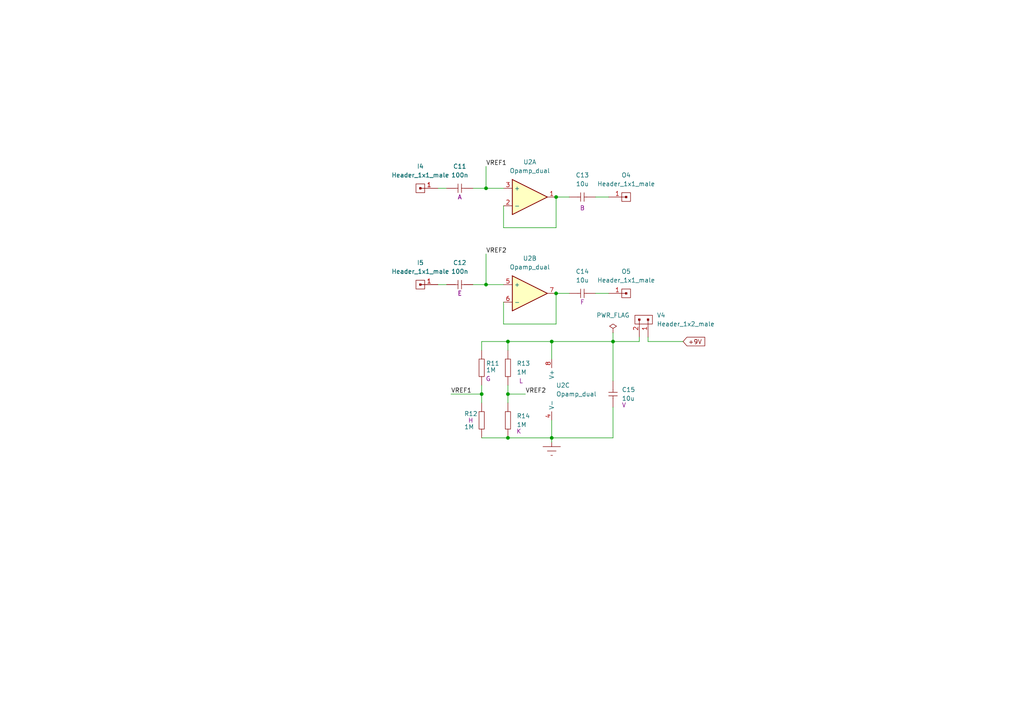
<source format=kicad_sch>
(kicad_sch (version 20211123) (generator eeschema)
  (paper "A4")
  (title_block (title "Dual opamp as 2 independent buffers") (date "2024-04-26") (rev "1") (company "https://github.com/dvhx/ultimate-soldering-exercise"))
  (lib_symbols
    (symbol "dvhx-kicad-library:C" (pin_numbers hide) (pin_names hide)
      (property "Reference" "C" (at 2.286 1.016 0))
      (property "Value" "C" (at 2.286 -1.27 0))
      (symbol "C_0_1"
        (polyline (pts (xy 0 -0.508) (xy 0 -1.27)))
        (polyline (pts (xy 0 1.27) (xy 0 0.508)))
        (polyline (pts (xy 1.27 -0.508) (xy -1.27 -0.508)))
        (polyline (pts (xy 1.27 0.508) (xy -1.27 0.508)))
      )
      (symbol "C_1_1"
        (pin passive line (at 0 3.81 270) (length 2.54) (name "1") (number "1"))
        (pin passive line (at 0 -3.81 90) (length 2.54) (name "2") (number "2"))
      )
    )
    (symbol "dvhx-kicad-library:GND" (power) (pin_numbers hide) (pin_names hide)
      (symbol "GND_0_1"
        (polyline (pts (xy -2.54 -1.27) (xy 2.54 -1.27)))
        (polyline (pts (xy -1.27 -2.54) (xy 1.27 -2.54)))
        (polyline (pts (xy -0.254 -3.81) (xy 0.254 -3.81)))
      )
      (symbol "GND_1_1"
        (pin power_in line (at 0 0 270) (length 1.27) (name "GND") (number "GND"))
      )
    )
    (symbol "dvhx-kicad-library:Header_1x1_male" (pin_names hide)
      (property "Reference" "J" (at -0.254 2.286 0))
      (property "Value" "Header_1x1_male" (at 0 4.191 0))
      (symbol "Header_1x1_male_0_1"
        (rectangle (start -1.27 1.27) (end 1.27 -1.27))
        (rectangle (start -0.254 0.254) (end 0.254 -0.254) (fill (type outline)))
      )
      (symbol "Header_1x1_male_1_1"
        (pin passive line (at -5.08 0 0) (length 5.08) (name "1") (number "1"))
      )
    )
    (symbol "dvhx-kicad-library:Header_1x2_male" (pin_names hide)
      (property "Reference" "J" (at -0.254 2.286 0))
      (property "Value" "Header_1x2_male" (at 0 4.191 0))
      (symbol "Header_1x2_male_0_1"
        (rectangle (start -1.27 1.27) (end 1.27 -3.81))
        (rectangle (start -0.254 -2.286) (end 0.254 -2.794) (fill (type outline)))
        (rectangle (start -0.254 0.254) (end 0.254 -0.254) (fill (type outline)))
      )
      (symbol "Header_1x2_male_1_1"
        (pin passive line (at -5.08 0 0) (length 5.08) (name "1") (number "1"))
        (pin passive line (at -5.08 -2.54 0) (length 5.08) (name "2") (number "2"))
      )
    )
    (symbol "dvhx-kicad-library:Opamp_dual"
      (property "Reference" "U" (at 3.048 8.89 0))
      (property "Value" "Opamp_dual" (at 8.128 10.922 0))
      (symbol "Opamp_dual_1_1"
        (polyline (pts (xy -3.81 5.08) (xy 6.35 0) (xy -3.81 -5.08) (xy -3.81 5.08)) (stroke (width 0.254)) (fill (type background)))
        (pin output line (at 8.89 0 180) (length 2.54) (name "~") (number "1"))
        (pin input line (at -6.35 -2.54 0) (length 2.54) (name "-") (number "2"))
        (pin input line (at -6.35 2.54 0) (length 2.54) (name "+") (number "3"))
      )
      (symbol "Opamp_dual_2_1"
        (polyline (pts (xy -3.81 5.08) (xy 6.35 0) (xy -3.81 -5.08) (xy -3.81 5.08)) (stroke (width 0.254)) (fill (type background)))
        (pin input line (at -6.35 2.54 0) (length 2.54) (name "+") (number "5"))
        (pin input line (at -6.35 -2.54 0) (length 2.54) (name "-") (number "6"))
        (pin output line (at 8.89 0 180) (length 2.54) (name "~") (number "7"))
      )
      (symbol "Opamp_dual_3_1"
        (pin power_in line (at 0 -7.62 90) (length 2.54) (name "V-") (number "4"))
        (pin power_in line (at 0 10.16 270) (length 2.54) (name "V+") (number "8"))
      )
    )
    (symbol "dvhx-kicad-library:R" (pin_numbers hide) (pin_names hide)
      (property "Reference" "R" (at 2.032 1.016 0))
      (property "Value" "R" (at 2.032 -1.016 0))
      (symbol "R_0_1"
        (polyline (pts (xy -0.762 2.54) (xy 0.762 2.54) (xy 0.762 -2.54) (xy -0.762 -2.54) (xy -0.762 2.54)))
      )
      (symbol "R_1_1"
        (pin passive line (at 0 5.08 270) (length 2.54) (name "1") (number "1"))
        (pin passive line (at 0 -5.08 90) (length 2.54) (name "2") (number "2"))
      )
    )
    (symbol "power:PWR_FLAG" (power) (pin_numbers hide) (pin_names (offset 0) hide)
      (property "Value" "PWR_FLAG" (at 0 3.81 0))
      (symbol "PWR_FLAG_0_0"
        (pin power_out line (at 0 0 90) (length 0) (name "pwr") (number "1"))
      )
      (symbol "PWR_FLAG_0_1"
        (polyline (pts (xy 0 0) (xy 0 1.27) (xy -1.016 1.905) (xy 0 2.54) (xy 1.016 1.905) (xy 0 1.27)))
      )
    )
  )
  (junction (at 140.97 82.55))
  (junction (at 139.7 114.3))
  (junction (at 147.32 114.3))
  (junction (at 147.32 99.06))
  (junction (at 161.29 85.09))
  (junction (at 147.32 127))
  (junction (at 161.29 57.15))
  (junction (at 177.8 99.06))
  (junction (at 160.02 99.06))
  (junction (at 140.97 54.61))
  (junction (at 160.02 127))
  (wire (pts (xy 140.97 48.26) (xy 140.97 54.61)))
  (wire (pts (xy 127 54.61) (xy 129.54 54.61)))
  (wire (pts (xy 140.97 73.66) (xy 140.97 82.55)))
  (wire (pts (xy 160.02 127) (xy 177.8 127)))
  (wire (pts (xy 139.7 127) (xy 147.32 127)))
  (wire (pts (xy 160.02 128.27) (xy 160.02 127)))
  (wire (pts (xy 146.05 93.98) (xy 161.29 93.98)))
  (wire (pts (xy 139.7 114.3) (xy 139.7 116.84)))
  (wire (pts (xy 147.32 99.06) (xy 160.02 99.06)))
  (wire (pts (xy 127 82.55) (xy 129.54 82.55)))
  (wire (pts (xy 160.02 99.06) (xy 177.8 99.06)))
  (wire (pts (xy 147.32 101.6) (xy 147.32 99.06)))
  (wire (pts (xy 130.81 114.3) (xy 139.7 114.3)))
  (wire (pts (xy 177.8 99.06) (xy 185.42 99.06)))
  (wire (pts (xy 187.96 97.79) (xy 187.96 99.06)))
  (wire (pts (xy 146.05 66.04) (xy 161.29 66.04)))
  (wire (pts (xy 161.29 85.09) (xy 165.1 85.09)))
  (wire (pts (xy 137.16 82.55) (xy 140.97 82.55)))
  (wire (pts (xy 146.05 87.63) (xy 146.05 93.98)))
  (wire (pts (xy 140.97 54.61) (xy 146.05 54.61)))
  (wire (pts (xy 139.7 101.6) (xy 139.7 99.06)))
  (wire (pts (xy 147.32 127) (xy 160.02 127)))
  (wire (pts (xy 161.29 57.15) (xy 161.29 66.04)))
  (wire (pts (xy 172.72 85.09) (xy 176.53 85.09)))
  (wire (pts (xy 161.29 85.09) (xy 161.29 93.98)))
  (wire (pts (xy 177.8 99.06) (xy 177.8 110.49)))
  (wire (pts (xy 161.29 57.15) (xy 165.1 57.15)))
  (wire (pts (xy 147.32 114.3) (xy 152.4 114.3)))
  (wire (pts (xy 139.7 99.06) (xy 147.32 99.06)))
  (wire (pts (xy 147.32 111.76) (xy 147.32 114.3)))
  (wire (pts (xy 160.02 99.06) (xy 160.02 104.14)))
  (wire (pts (xy 172.72 57.15) (xy 176.53 57.15)))
  (wire (pts (xy 160.02 121.92) (xy 160.02 127)))
  (wire (pts (xy 177.8 118.11) (xy 177.8 127)))
  (wire (pts (xy 140.97 82.55) (xy 146.05 82.55)))
  (wire (pts (xy 185.42 97.79) (xy 185.42 99.06)))
  (wire (pts (xy 177.8 96.52) (xy 177.8 99.06)))
  (wire (pts (xy 139.7 111.76) (xy 139.7 114.3)))
  (wire (pts (xy 146.05 59.69) (xy 146.05 66.04)))
  (wire (pts (xy 137.16 54.61) (xy 140.97 54.61)))
  (wire (pts (xy 187.96 99.06) (xy 198.12 99.06)))
  (wire (pts (xy 147.32 114.3) (xy 147.32 116.84)))
  (label "VREF1" (at 130.81 114.3 0))
  (label "VREF2" (at 152.4 114.3 0))
  (label "VREF1" (at 140.97 48.26 0))
  (label "VREF2" (at 140.97 73.66 0))
  (global_label "+9V" (shape input) (at 198.12 99.06 0) (property "Intersheet References" "${INTERSHEET_REFS}" (effects hide)))
  (symbol (lib_id "dvhx-kicad-library:Header_1x1_male") (at 181.61 85.09 0) (mirror x) (unit 1)
    (property "Reference" "O5" (at 181.61 78.74 0))
    (property "Value" "Header_1x1_male" (at 181.61 81.28 0))
    (property "Footprint" "dvhx-kicad-library:Header_1x1_male_upright" (effects hide))
  )
  (symbol (lib_id "dvhx-kicad-library:Header_1x2_male") (at 187.96 92.71 270) (mirror x) (unit 1)
    (property "Reference" "V4" (at 190.5 91.4399 90) (effects (justify left)))
    (property "Value" "Header_1x2_male" (at 190.5 93.9799 90) (effects (justify left)))
    (property "Footprint" "dvhx-kicad-library:Header_1x2_male_upright" (effects hide))
  )
  (symbol (lib_id "dvhx-kicad-library:Header_1x1_male") (at 121.92 54.61 0) (mirror y) (unit 1)
    (property "Reference" "I4" (at 121.92 48.26 0))
    (property "Value" "Header_1x1_male" (at 121.92 50.8 0))
    (property "Footprint" "dvhx-kicad-library:Header_1x1_male_upright" (effects hide))
  )
  (symbol (lib_id "dvhx-kicad-library:R") (at 139.7 106.68 0) (unit 1)
    (property "Reference" "R11" (at 140.97 105.41 0) (effects (justify left)))
    (property "Value" "1M" (at 140.97 107.315 0) (effects (justify left)))
    (property "Footprint" "dvhx-kicad-library:Resistor_0805" (effects hide))
    (property "G" "G" (at 141.605 109.855 0))
  )
  (symbol (lib_id "dvhx-kicad-library:C") (at 133.35 54.61 90) (unit 1)
    (property "Reference" "C11" (at 133.35 48.26 90))
    (property "Value" "100n" (at 133.35 50.8 90))
    (property "Footprint" "dvhx-kicad-library:Capacitor_0805" (effects hide))
    (property "Field4" "A" (at 133.35 57.15 90))
  )
  (symbol (lib_id "dvhx-kicad-library:R") (at 147.32 106.68 0) (unit 1)
    (property "Reference" "R13" (at 149.86 105.4099 0) (effects (justify left)))
    (property "Value" "1M" (at 149.86 107.9499 0) (effects (justify left)))
    (property "Footprint" "dvhx-kicad-library:Resistor_0805" (effects hide))
    (property "Field4" "L" (at 151.13 110.49 0))
  )
  (symbol (lib_id "power:PWR_FLAG") (at 177.8 96.52 0) (unit 1)
    (property "Reference" "#FLG03" (effects hide))
    (property "Value" "PWR_FLAG" (at 177.8 91.44 0))
  )
  (symbol (lib_id "dvhx-kicad-library:Opamp_dual") (at 152.4 57.15 0) (unit 1)
    (property "Reference" "U2" (at 153.67 46.99 0))
    (property "Value" "Opamp_dual" (at 153.67 49.53 0))
    (property "Footprint" "dvhx-kicad-library:SOIC-8" (effects hide))
  )
  (symbol (lib_id "dvhx-kicad-library:Opamp_dual") (at 152.4 85.09 0) (unit 2)
    (property "Reference" "U2" (at 153.67 74.93 0))
    (property "Value" "Opamp_dual" (at 153.67 77.47 0))
    (property "Footprint" "dvhx-kicad-library:SOIC-8" (effects hide))
  )
  (symbol (lib_id "dvhx-kicad-library:C") (at 168.91 57.15 90) (unit 1)
    (property "Reference" "C13" (at 168.91 50.8 90))
    (property "Value" "10u" (at 168.91 53.34 90))
    (property "Footprint" "dvhx-kicad-library:Capacitor_0805" (effects hide))
    (property "Field4" "B" (at 168.91 60.325 90))
  )
  (symbol (lib_id "dvhx-kicad-library:GND") (at 160.02 128.27 0) (unit 1)
    (property "Reference" "#GND0101" (effects hide))
    (property "Value" "GND" (effects hide))
  )
  (symbol (lib_id "dvhx-kicad-library:Header_1x1_male") (at 181.61 57.15 0) (mirror x) (unit 1)
    (property "Reference" "O4" (at 181.61 50.8 0))
    (property "Value" "Header_1x1_male" (at 181.61 53.34 0))
    (property "Footprint" "dvhx-kicad-library:Header_1x1_male_upright" (effects hide))
  )
  (symbol (lib_id "dvhx-kicad-library:C") (at 168.91 85.09 90) (unit 1)
    (property "Reference" "C14" (at 168.91 78.74 90))
    (property "Value" "10u" (at 168.91 81.28 90))
    (property "Footprint" "dvhx-kicad-library:Capacitor_0805" (effects hide))
    (property "F" "F" (at 168.91 87.63 90))
  )
  (symbol (lib_id "dvhx-kicad-library:Header_1x1_male") (at 121.92 82.55 0) (mirror y) (unit 1)
    (property "Reference" "I5" (at 121.92 76.2 0))
    (property "Value" "Header_1x1_male" (at 121.92 78.74 0))
    (property "Footprint" "dvhx-kicad-library:Header_1x1_male_upright" (effects hide))
  )
  (symbol (lib_id "dvhx-kicad-library:C") (at 133.35 82.55 90) (unit 1)
    (property "Reference" "C12" (at 133.35 76.2 90))
    (property "Value" "100n" (at 133.35 78.74 90))
    (property "Footprint" "dvhx-kicad-library:Capacitor_0805" (effects hide))
    (property "Field4" "E" (at 133.35 85.09 90))
  )
  (symbol (lib_id "dvhx-kicad-library:Opamp_dual") (at 160.02 114.3 0) (unit 3)
    (property "Reference" "U2" (at 161.29 111.7599 0) (effects (justify left)))
    (property "Value" "Opamp_dual" (at 161.29 114.2999 0) (effects (justify left)))
    (property "Footprint" "dvhx-kicad-library:SOIC-8" (effects hide))
  )
  (symbol (lib_id "dvhx-kicad-library:R") (at 147.32 121.92 0) (unit 1)
    (property "Reference" "R14" (at 149.86 120.6499 0) (effects (justify left)))
    (property "Value" "1M" (at 149.86 123.1899 0) (effects (justify left)))
    (property "Footprint" "dvhx-kicad-library:Resistor_0805" (effects hide))
    (property "Field4" "K" (at 150.495 125.095 0))
  )
  (symbol (lib_id "dvhx-kicad-library:C") (at 177.8 114.3 180) (unit 1)
    (property "Reference" "C15" (at 180.34 113.0299 0) (effects (justify right)))
    (property "Value" "10u" (at 180.34 115.5699 0) (effects (justify right)))
    (property "Footprint" "dvhx-kicad-library:Capacitor_0805" (effects hide))
    (property "V" "V" (at 180.975 117.475 0))
  )
  (symbol (lib_id "dvhx-kicad-library:R") (at 139.7 121.92 0) (unit 1)
    (property "Reference" "R12" (at 134.62 120.015 0) (effects (justify left)))
    (property "Value" "1M" (at 134.62 123.825 0) (effects (justify left)))
    (property "Footprint" "dvhx-kicad-library:Resistor_0805" (effects hide))
    (property "Field4" "H" (at 136.525 121.92 0))
  )
)
</source>
